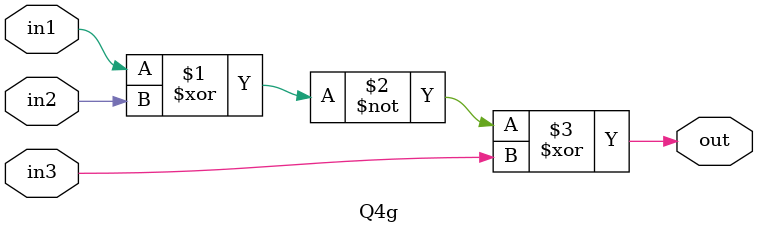
<source format=v>
module Q4g(
  input   in1,
  input   in2,
  input   in3,
  output  out
);
  assign out = ~(in1 ^ in2) ^ in3; // @[Q4g.scala 11:25]
endmodule

</source>
